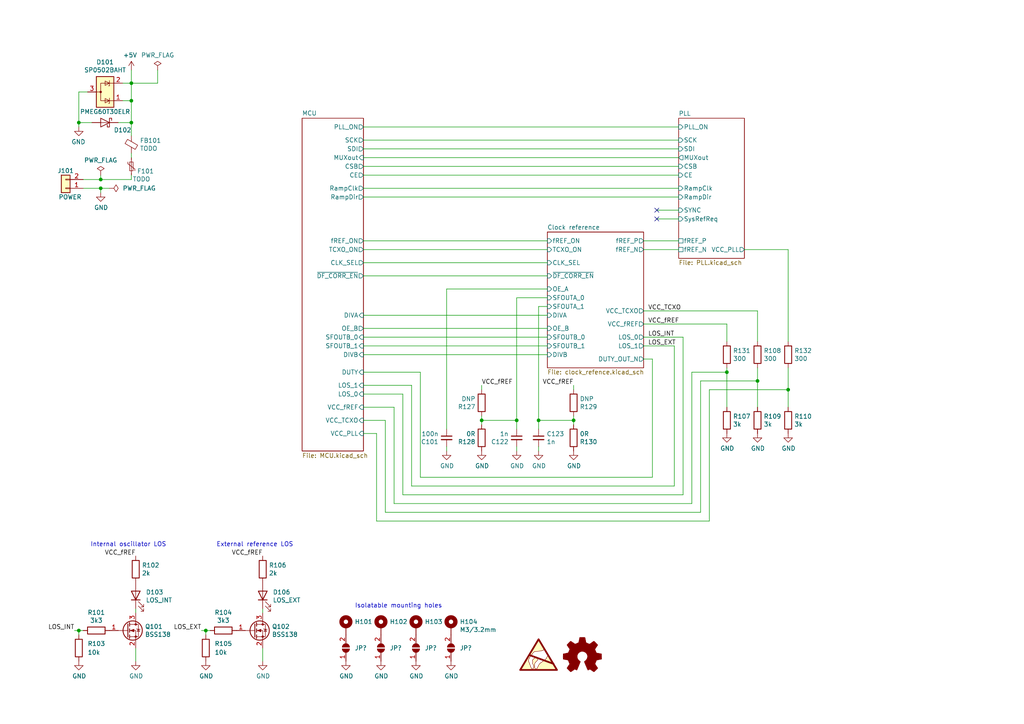
<source format=kicad_sch>
(kicad_sch (version 20211123) (generator eeschema)
  (paper "A4")
  (title_block (title "Generator 0.0125 - 6.4 GHz (0.02 - 9.8 GHz)") (date "2021-11-13") (rev "211113-001") (company "Petr Polasek") (comment 1 "001, 2021-11-13 09:38") (comment 2 "TCXO / external input, LMX2572/LMX2592") (comment 3 "Dual channel symmetric outputs"))
  (lib_symbols
    (symbol "Connector_Generic:Conn_01x02" (pin_names (offset 1.016) hide)
      (property "Reference" "J" (at 0 2.54 0))
      (property "Value" "Conn_01x02" (at 0 -5.08 0))
      (symbol "Conn_01x02_1_1"
        (rectangle (start -1.27 -2.413) (end 0 -2.667) (stroke (width 0.1524)))
        (rectangle (start -1.27 0.127) (end 0 -0.127) (stroke (width 0.1524)))
        (rectangle (start -1.27 1.27) (end 1.27 -3.81) (stroke (width 0.254)) (fill (type background)))
        (pin passive line (at -5.08 0 0) (length 3.81) (name "Pin_1") (number "1"))
        (pin passive line (at -5.08 -2.54 0) (length 3.81) (name "Pin_2") (number "2"))
      )
    )
    (symbol "Device:C_Small" (pin_numbers hide) (pin_names (offset 0.254) hide)
      (property "Reference" "C" (at 0.254 1.778 0))
      (property "Value" "C_Small" (at 0.254 -2.032 0))
      (symbol "C_Small_0_1"
        (polyline (pts (xy -1.524 -0.508) (xy 1.524 -0.508)) (stroke (width 0.3302)))
        (polyline (pts (xy -1.524 0.508) (xy 1.524 0.508)) (stroke (width 0.3048)))
      )
      (symbol "C_Small_1_1"
        (pin passive line (at 0 2.54 270) (length 2.032) (name "~") (number "1"))
        (pin passive line (at 0 -2.54 90) (length 2.032) (name "~") (number "2"))
      )
    )
    (symbol "Device:FerriteBead_Small" (pin_numbers hide) (pin_names (offset 0))
      (property "Reference" "FB" (at 1.905 1.27 0))
      (property "Value" "FerriteBead_Small" (at 1.905 -1.27 0))
      (symbol "FerriteBead_Small_0_1"
        (polyline (pts (xy 0 -1.27) (xy 0 -0.7874)))
        (polyline (pts (xy 0 0.889) (xy 0 1.2954)))
        (polyline (pts (xy -1.8288 0.2794) (xy -1.1176 1.4986) (xy 1.8288 -0.2032) (xy 1.1176 -1.4224) (xy -1.8288 0.2794)))
      )
      (symbol "FerriteBead_Small_1_1"
        (pin passive line (at 0 2.54 270) (length 1.27) (name "~") (number "1"))
        (pin passive line (at 0 -2.54 90) (length 1.27) (name "~") (number "2"))
      )
    )
    (symbol "Device:LED" (pin_numbers hide) (pin_names (offset 1.016) hide)
      (property "Reference" "D" (at 0 2.54 0))
      (property "Value" "LED" (at 0 -2.54 0))
      (symbol "LED_0_1"
        (polyline (pts (xy -1.27 -1.27) (xy -1.27 1.27)) (stroke (width 0.254)))
        (polyline (pts (xy -1.27 0) (xy 1.27 0)))
        (polyline (pts (xy 1.27 -1.27) (xy 1.27 1.27) (xy -1.27 0) (xy 1.27 -1.27)) (stroke (width 0.254)))
        (polyline (pts (xy -3.048 -0.762) (xy -4.572 -2.286) (xy -3.81 -2.286) (xy -4.572 -2.286) (xy -4.572 -1.524)))
        (polyline (pts (xy -1.778 -0.762) (xy -3.302 -2.286) (xy -2.54 -2.286) (xy -3.302 -2.286) (xy -3.302 -1.524)))
      )
      (symbol "LED_1_1"
        (pin passive line (at -3.81 0 0) (length 2.54) (name "K") (number "1"))
        (pin passive line (at 3.81 0 180) (length 2.54) (name "A") (number "2"))
      )
    )
    (symbol "Device:Polyfuse_Small" (pin_numbers hide) (pin_names (offset 0))
      (property "Reference" "F" (at -1.905 0 90))
      (property "Value" "Polyfuse_Small" (at 1.905 0 90))
      (symbol "Polyfuse_Small_0_1"
        (rectangle (start -0.508 1.27) (end 0.508 -1.27))
        (polyline (pts (xy 0 2.54) (xy 0 -2.54)))
        (polyline (pts (xy -1.016 1.27) (xy -1.016 0.762) (xy 1.016 -0.762) (xy 1.016 -1.27)))
      )
      (symbol "Polyfuse_Small_1_1"
        (pin passive line (at 0 2.54 270) (length 0.635) (name "~") (number "1"))
        (pin passive line (at 0 -2.54 90) (length 0.635) (name "~") (number "2"))
      )
    )
    (symbol "Device:R" (pin_numbers hide) (pin_names (offset 0))
      (property "Reference" "R" (at 2.032 0 90))
      (property "Value" "R" (at 0 0 90))
      (symbol "R_0_1"
        (rectangle (start -1.016 -2.54) (end 1.016 2.54) (stroke (width 0.254)))
      )
      (symbol "R_1_1"
        (pin passive line (at 0 3.81 270) (length 1.27) (name "~") (number "1"))
        (pin passive line (at 0 -3.81 90) (length 1.27) (name "~") (number "2"))
      )
    )
    (symbol "Diode:PMEG60T30ELR" (pin_numbers hide) (pin_names hide)
      (property "Reference" "D" (at 0 2.54 0))
      (property "Value" "PMEG60T30ELR" (at 0 -2.54 0))
      (symbol "PMEG60T30ELR_0_1"
        (polyline (pts (xy 1.27 0) (xy -1.27 0)))
        (polyline (pts (xy 1.27 1.27) (xy 1.27 -1.27) (xy -1.27 0) (xy 1.27 1.27)) (stroke (width 0.2032)))
        (polyline (pts (xy -1.905 0.635) (xy -1.905 1.27) (xy -1.27 1.27) (xy -1.27 -1.27) (xy -0.635 -1.27) (xy -0.635 -0.635)) (stroke (width 0.2032)))
      )
      (symbol "PMEG60T30ELR_1_1"
        (pin passive line (at -3.81 0 0) (length 2.54) (name "K") (number "1"))
        (pin passive line (at 3.81 0 180) (length 2.54) (name "A") (number "2"))
      )
    )
    (symbol "Graphic:Logo_Open_Hardware_Small" (pin_names (offset 1.016))
      (symbol "Logo_Open_Hardware_Small_0_1"
        (polyline (pts (xy 3.3528 -4.3434) (xy 3.302 -4.318) (xy 3.175 -4.2418) (xy 2.9972 -4.1148) (xy 2.7686 -3.9624) (xy 2.54 -3.81) (xy 2.3622 -3.7084) (xy 2.2352 -3.6068) (xy 2.1844 -3.5814) (xy 2.159 -3.6068) (xy 2.0574 -3.6576) (xy 1.905 -3.7338) (xy 1.8034 -3.7846) (xy 1.6764 -3.8354) (xy 1.6002 -3.8354) (xy 1.6002 -3.8354) (xy 1.5494 -3.7338) (xy 1.4732 -3.5306) (xy 1.3462 -3.302) (xy 1.2446 -3.0226) (xy 1.1176 -2.7178) (xy 0.9652 -2.413) (xy 0.8636 -2.1082) (xy 0.7366 -1.8288) (xy 0.6604 -1.6256) (xy 0.6096 -1.4732) (xy 0.5842 -1.397) (xy 0.5842 -1.397) (xy 0.6604 -1.3208) (xy 0.7874 -1.2446) (xy 1.0414 -1.016) (xy 1.2954 -0.6858) (xy 1.4478 -0.3302) (xy 1.524 0.0762) (xy 1.4732 0.4572) (xy 1.3208 0.8128) (xy 1.0668 1.143) (xy 0.762 1.3716) (xy 0.4064 1.524) (xy 0 1.5748) (xy -0.381 1.5494) (xy -0.7366 1.397) (xy -1.0668 1.143) (xy -1.2192 0.9906) (xy -1.397 0.6604) (xy -1.524 0.3048) (xy -1.524 0.2286) (xy -1.4986 -0.1778) (xy -1.397 -0.5334) (xy -1.1938 -0.8636) (xy -0.9144 -1.143) (xy -0.8636 -1.1684) (xy -0.7366 -1.27) (xy -0.635 -1.3462) (xy -0.5842 -1.397) (xy -1.0668 -2.5908) (xy -1.143 -2.794) (xy -1.2954 -3.1242) (xy -1.397 -3.4036) (xy -1.4986 -3.6322) (xy -1.5748 -3.7846) (xy -1.6002 -3.8354) (xy -1.6002 -3.8354) (xy -1.651 -3.8354) (xy -1.7272 -3.81) (xy -1.905 -3.7338) (xy -2.0066 -3.683) (xy -2.1336 -3.6068) (xy -2.2098 -3.5814) (xy -2.2606 -3.6068) (xy -2.3622 -3.683) (xy -2.54 -3.81) (xy -2.7686 -3.9624) (xy -2.9718 -4.0894) (xy -3.1496 -4.2164) (xy -3.302 -4.318) (xy -3.3528 -4.3434) (xy -3.3782 -4.3434) (xy -3.429 -4.318) (xy -3.5306 -4.2164) (xy -3.7084 -4.064) (xy -3.937 -3.8354) (xy -3.9624 -3.81) (xy -4.1656 -3.6068) (xy -4.318 -3.4544) (xy -4.4196 -3.3274) (xy -4.445 -3.2766) (xy -4.445 -3.2766) (xy -4.4196 -3.2258) (xy -4.318 -3.0734) (xy -4.2164 -2.8956) (xy -4.064 -2.667) (xy -3.6576 -2.0828) (xy -3.8862 -1.5494) (xy -3.937 -1.3716) (xy -4.0386 -1.1684) (xy -4.0894 -1.0414) (xy -4.1148 -0.9652) (xy -4.191 -0.9398) (xy -4.318 -0.9144) (xy -4.5466 -0.8636) (xy -4.8006 -0.8128) (xy -5.0546 -0.7874) (xy -5.2578 -0.7366) (xy -5.4356 -0.7112) (xy -5.5118 -0.6858) (xy -5.5118 -0.6858) (xy -5.5372 -0.635) (xy -5.5372 -0.5588) (xy -5.5372 -0.4318) (xy -5.5626 -0.2286) (xy -5.5626 0.0762) (xy -5.5626 0.127) (xy -5.5372 0.4064) (xy -5.5372 0.635) (xy -5.5372 0.762) (xy -5.5372 0.8382) (xy -5.5372 0.8382) (xy -5.461 0.8382) (xy -5.3086 0.889) (xy -5.08 0.9144) (xy -4.826 0.9652) (xy -4.8006 0.9906) (xy -4.5466 1.0414) (xy -4.318 1.0668) (xy -4.1656 1.1176) (xy -4.0894 1.143) (xy -4.0894 1.143) (xy -4.0386 1.2446) (xy -3.9624 1.4224) (xy -3.8608 1.6256) (xy -3.7846 1.8288) (xy -3.7084 2.0066) (xy -3.6576 2.159) (xy -3.6322 2.2098) (xy -3.6322 2.2098) (xy -3.683 2.286) (xy -3.7592 2.413) (xy -3.8862 2.5908) (xy -4.064 2.8194) (xy -4.064 2.8448) (xy -4.2164 3.0734) (xy -4.3434 3.2512) (xy -4.4196 3.3782) (xy -4.445 3.4544) (xy -4.445 3.4544) (xy -4.3942 3.5052) (xy -4.2926 3.6322) (xy -4.1148 3.81) (xy -3.937 4.0132) (xy -3.8608 4.064) (xy -3.6576 4.2926) (xy -3.5052 4.4196) (xy -3.4036 4.4958) (xy -3.3528 4.5212) (xy -3.3528 4.5212) (xy -3.302 4.4704) (xy -3.1496 4.3688) (xy -2.9718 4.2418) (xy -2.7432 4.0894) (xy -2.7178 4.0894) (xy -2.4892 3.937) (xy -2.3114 3.81) (xy -2.1844 3.7084) (xy -2.1336 3.683) (xy -2.1082 3.683) (xy -2.032 3.7084) (xy -1.8542 3.7592) (xy -1.6764 3.8354) (xy -1.4732 3.937) (xy -1.27 4.0132) (xy -1.143 4.064) (xy -1.0668 4.1148) (xy -1.0668 4.1148) (xy -1.0414 4.191) (xy -1.016 4.3434) (xy -0.9652 4.572) (xy -0.9144 4.8514) (xy -0.889 4.9022) (xy -0.8382 5.1562) (xy -0.8128 5.3848) (xy -0.7874 5.5372) (xy -0.762 5.588) (xy -0.7112 5.6134) (xy -0.5842 5.6134) (xy -0.4064 5.6134) (xy -0.1524 5.6134) (xy 0.0762 5.6134) (xy 0.3302 5.6134) (xy 0.5334 5.6134) (xy 0.6858 5.588) (xy 0.7366 5.588) (xy 0.7366 5.588) (xy 0.762 5.5118) (xy 0.8128 5.334) (xy 0.8382 5.1054) (xy 0.9144 4.826) (xy 0.9144 4.7752) (xy 0.9652 4.5212) (xy 1.016 4.2926) (xy 1.0414 4.1402) (xy 1.0668 4.0894) (xy 1.0668 4.0894) (xy 1.1938 4.0386) (xy 1.3716 3.9624) (xy 1.5748 3.8608) (xy 2.0828 3.6576) (xy 2.7178 4.0894) (xy 2.7686 4.1402) (xy 2.9972 4.2926) (xy 3.175 4.4196) (xy 3.302 4.4958) (xy 3.3782 4.5212) (xy 3.3782 4.5212) (xy 3.429 4.4704) (xy 3.556 4.3434) (xy 3.7338 4.191) (xy 3.9116 3.9878) (xy 4.064 3.8354) (xy 4.2418 3.6576) (xy 4.3434 3.556) (xy 4.4196 3.4798) (xy 4.4196 3.429) (xy 4.4196 3.4036) (xy 4.3942 3.3274) (xy 4.2926 3.2004) (xy 4.1656 2.9972) (xy 4.0132 2.794) (xy 3.8862 2.5908) (xy 3.7592 2.3876) (xy 3.6576 2.2352) (xy 3.6322 2.159) (xy 3.6322 2.1336) (xy 3.683 2.0066) (xy 3.7592 1.8288) (xy 3.8608 1.6002) (xy 4.064 1.1176) (xy 4.3942 1.0414) (xy 4.5974 1.016) (xy 4.8768 0.9652) (xy 5.1308 0.9144) (xy 5.5372 0.8382) (xy 5.5626 -0.6604) (xy 5.4864 -0.6858) (xy 5.4356 -0.6858) (xy 5.2832 -0.7366) (xy 5.0546 -0.762) (xy 4.8006 -0.8128) (xy 4.5974 -0.8636) (xy 4.3688 -0.9144) (xy 4.2164 -0.9398) (xy 4.1402 -0.9398) (xy 4.1148 -0.9652) (xy 4.064 -1.0668) (xy 3.9878 -1.2446) (xy 3.9116 -1.4478) (xy 3.81 -1.651) (xy 3.7338 -1.8542) (xy 3.683 -2.0066) (xy 3.6576 -2.0828) (xy 3.683 -2.1336) (xy 3.7846 -2.2606) (xy 3.8862 -2.4638) (xy 4.0386 -2.667) (xy 4.191 -2.8956) (xy 4.318 -3.0734) (xy 4.3942 -3.2004) (xy 4.445 -3.2766) (xy 4.4196 -3.3274) (xy 4.3434 -3.429) (xy 4.1656 -3.5814) (xy 3.937 -3.8354) (xy 3.8862 -3.8608) (xy 3.683 -4.064) (xy 3.5306 -4.2164) (xy 3.4036 -4.318) (xy 3.3528 -4.3434)) (fill (type outline)))
      )
    )
    (symbol "Graphic:SYM_ESD_Large" (pin_names (offset 1.016))
      (symbol "SYM_ESD_Large_0_0"
        (polyline (pts (xy -2.667 -0.762) (xy 4.318 -3.302)) (stroke (width 0.508)))
        (polyline (pts (xy 0.4826 -5.1308) (xy 5.3848 -5.1308) (xy 5.3848 -5.1054) (xy 5.334 -5.0546) (xy 5.2832 -4.953) (xy 5.207 -4.826) (xy 5.0038 -4.4704) (xy 4.8768 -4.2672) (xy 4.7498 -4.0386) (xy 4.1402 -3.0226) (xy 3.9878 -2.7432) (xy 3.5306 -1.9812) (xy 3.4036 -1.7526) (xy 3.2766 -1.5494) (xy 3.1496 -1.3716) (xy 3.0734 -1.1938) (xy 2.9972 -1.0668) (xy 2.921 -0.9652) (xy 2.8956 -0.889) (xy 2.8448 -0.8382) (xy 2.8194 -0.8636) (xy 2.7686 -0.889) (xy 2.5908 -1.0668) (xy 2.4892 -1.2192) (xy 2.4638 -1.3462) (xy 2.413 -1.4224) (xy 2.3622 -1.5748) (xy 2.286 -1.7018) (xy 1.9812 -2.0066) (xy 1.8542 -2.1082) (xy 1.7018 -2.2352) (xy 1.5494 -2.3368) (xy 1.397 -2.4638) (xy 1.2192 -2.5908) (xy 1.0668 -2.7178) (xy 0.9144 -2.8194) (xy 0.8128 -2.8956) (xy 0.7112 -2.9464) (xy 0.6096 -3.0226) (xy 0.3556 -3.2258) (xy 0.254 -3.3528) (xy 0.1524 -3.5052) (xy 0.0508 -3.683) (xy -0.0762 -3.8862) (xy -0.2286 -4.2672) (xy -0.381 -4.572) (xy -0.5334 -4.7244) (xy -0.6096 -4.7752) (xy -0.635 -4.8006) (xy -0.8382 -4.8006) (xy -0.9144 -4.7752) (xy -1.016 -4.6736) (xy -1.0668 -4.5212) (xy -1.1176 -4.3434) (xy -1.143 -4.1148) (xy -1.143 -3.4544) (xy -1.0922 -3.2512) (xy -1.0414 -3.0734) (xy -0.9398 -2.921) (xy -0.8382 -2.794) (xy -0.381 -2.3368) (xy -0.3048 -2.2352) (xy -0.2032 -1.9812) (xy -0.1778 -1.9304) (xy -0.1524 -1.8288) (xy -0.127 -1.7526) (xy -0.127 -1.7272) (xy -0.2032 -1.651) (xy -0.254 -1.5748) (xy -0.3556 -1.524) (xy -0.4318 -1.4478) (xy -0.508 -1.397) (xy -0.5588 -1.3462) (xy -0.6096 -1.3462) (xy -0.6604 -1.3716) (xy -0.7366 -1.4224) (xy -0.8382 -1.4732) (xy -0.9652 -1.5494) (xy -1.0668 -1.6002) (xy -1.1684 -1.6764) (xy -1.3208 -1.778) (xy -1.6002 -2.0574) (xy -1.778 -2.2606) (xy -1.7272 -2.3876) (xy -1.7018 -2.4384) (xy -1.7018 -2.5146) (xy -1.6764 -2.5908) (xy -1.6764 -2.8702) (xy -1.7018 -2.9972) (xy -1.7272 -3.0734) (xy -1.7272 -3.0988) (xy -1.7526 -3.1496) (xy -1.7018 -3.2512) (xy -1.651 -3.3274) (xy -1.651 -3.3528) (xy -1.524 -3.6068) (xy -1.4478 -3.8608) (xy -1.4224 -4.1402) (xy -1.4224 -4.3434) (xy -1.4478 -4.4196) (xy -1.4732 -4.4704) (xy -1.4986 -4.5466) (xy -1.5748 -4.6736) (xy -1.6764 -4.7498) (xy -1.778 -4.8006) (xy -1.8796 -4.8006) (xy -1.9558 -4.7752) (xy -2.0066 -4.7244) (xy -2.0574 -4.6228) (xy -2.1336 -4.4958) (xy -2.2098 -4.318) (xy -2.3114 -4.0894) (xy -2.413 -3.8354) (xy -2.5146 -3.5306) (xy -2.5146 -3.5052) (xy -2.5654 -3.3528) (xy -2.6416 -3.2004) (xy -2.7432 -2.9464) (xy -2.7686 -2.921) (xy -2.8448 -2.6924) (xy -2.8956 -2.4638) (xy -2.8956 -2.2606) (xy -2.8448 -2.032) (xy -2.7686 -1.8034) (xy -2.7178 -1.7018) (xy -2.6162 -1.5494) (xy -2.5146 -1.3716) (xy -2.3622 -1.1938) (xy -2.2098 -0.9906) (xy -2.1082 -0.889) (xy -1.9558 -0.635) (xy -1.8796 -0.5334) (xy -1.8542 -0.508) (xy -1.7272 -0.2794) (xy -1.6002 -0.1016) (xy -1.4478 0.0508) (xy -1.3208 0.1524) (xy -1.1684 0.2032) (xy -1.1176 0.2286) (xy -0.9906 0.254) (xy -0.8128 0.3048) (xy -0.5842 0.3302) (xy -0.3302 0.3556) (xy -0.0254 0.381) (xy 0.0254 0.381) (xy 0.2794 0.4064) (xy 0.508 0.4318) (xy 0.6858 0.4318) (xy 0.8382 0.4572) (xy 0.9652 0.4826) (xy 1.0668 0.508) (xy 1.1684 0.5588) (xy 1.2446 0.5842) (xy 1.3208 0.635) (xy 1.524 0.7874) (xy 1.7272 0.9906) (xy 1.7272 1.0414) (xy 1.7018 1.0922) (xy 1.651 1.1684) (xy 1.6002 1.27) (xy 1.4986 1.4224) (xy 1.4224 1.6002) (xy 1.1684 2.0066) (xy 1.0414 2.2352) (xy 0.6604 2.8702) (xy 0.508 3.0988) (xy 0.4064 3.302) (xy 0.3048 3.4544) (xy 0.2286 3.5814) (xy 0.1524 3.683) (xy 0.1016 3.7592) (xy 0.0508 3.8608) (xy 0.0254 3.8862) (xy -0.0508 3.8862) (xy -0.0508 3.8608) (xy -0.127 3.7846) (xy -0.1524 3.7338) (xy -0.2032 3.6576) (xy -0.254 3.556) (xy -0.4064 3.302) (xy -0.508 3.1496) (xy -0.6096 2.9718) (xy -0.7366 2.7686) (xy -1.0414 2.2606) (xy -1.2192 1.9558) (xy -1.4224 1.6256) (xy -1.8796 0.8636) (xy -2.1336 0.4064) (xy -2.4384 -0.0762) (xy -2.7432 -0.6096) (xy -2.921 -0.889) (xy -3.429 -1.7526) (xy -3.6576 -2.159) (xy -3.8862 -2.54) (xy -4.1148 -2.8956) (xy -4.318 -3.2512) (xy -4.5212 -3.5814) (xy -4.6736 -3.8862) (xy -4.8514 -4.1402) (xy -4.9784 -4.3942) (xy -5.1054 -4.5974) (xy -5.2324 -4.7752) (xy -5.3594 -5.0292) (xy -5.4102 -5.1054) (xy -5.4102 -5.1308) (xy -0.7112 -5.1308) (xy -0.0254 -5.1562) (xy 0.4826 -5.1308)) (stroke (width 0.127)) (fill (type background)))
      )
      (symbol "SYM_ESD_Large_0_1"
        (polyline (pts (xy -5.334 -5.08) (xy 5.334 -5.08) (xy 0 3.81) (xy -5.334 -5.08)) (stroke (width 0.508)))
      )
    )
    (symbol "Jumper:SolderJumper_2_Open" (pin_names (offset 0) hide)
      (property "Reference" "JP" (at 0 2.032 0))
      (property "Value" "SolderJumper_2_Open" (at 0 -2.54 0))
      (symbol "SolderJumper_2_Open_0_1"
        (arc (start -0.254 1.016) (mid -1.27 0) (end -0.254 -1.016))
        (arc (start -0.254 1.016) (mid -1.27 0) (end -0.254 -1.016) (fill (type outline)))
        (polyline (pts (xy -0.254 1.016) (xy -0.254 -1.016)))
        (polyline (pts (xy 0.254 1.016) (xy 0.254 -1.016)))
        (arc (start 0.254 -1.016) (mid 1.27 0) (end 0.254 1.016))
        (arc (start 0.254 -1.016) (mid 1.27 0) (end 0.254 1.016) (fill (type outline)))
      )
      (symbol "SolderJumper_2_Open_1_1"
        (pin passive line (at -3.81 0 0) (length 2.54) (name "A") (number "1"))
        (pin passive line (at 3.81 0 180) (length 2.54) (name "B") (number "2"))
      )
    )
    (symbol "Mechanical:MountingHole_Pad" (pin_numbers hide) (pin_names (offset 1.016) hide)
      (property "Reference" "H" (at 0 6.35 0))
      (property "Value" "MountingHole_Pad" (at 0 4.445 0))
      (symbol "MountingHole_Pad_0_1"
        (circle (center 0 1.27) (radius 1.27) (stroke (width 1.27)))
      )
      (symbol "MountingHole_Pad_1_1"
        (pin input line (at 0 -2.54 90) (length 2.54) (name "1") (number "1"))
      )
    )
    (symbol "Power_Protection:SP0502BAHT" (pin_names hide)
      (property "Reference" "D" (at 5.715 2.54 0))
      (property "Value" "SP0502BAHT" (at 5.715 0.635 0))
      (symbol "SP0502BAHT_0_0"
        (pin passive line (at 0 -5.08 90) (length 2.54) (name "A") (number "3"))
      )
      (symbol "SP0502BAHT_0_1"
        (rectangle (start -4.445 2.54) (end 4.445 -2.54) (stroke (width 0.254)) (fill (type background)))
        (circle (center 0 -1.27) (radius 0.254) (fill (type outline)))
        (polyline (pts (xy -2.54 2.54) (xy -2.54 1.27)))
        (polyline (pts (xy 0 -1.27) (xy 0 -2.54)))
        (polyline (pts (xy 2.54 2.54) (xy 2.54 1.27)))
        (polyline (pts (xy -3.302 1.016) (xy -3.302 1.27) (xy -1.905 1.27) (xy -1.778 1.27)))
        (polyline (pts (xy -2.54 1.27) (xy -2.54 -1.27) (xy 2.54 -1.27) (xy 2.54 1.27)))
        (polyline (pts (xy -2.54 1.27) (xy -1.905 0) (xy -3.175 0) (xy -2.54 1.27)))
        (polyline (pts (xy 1.778 1.016) (xy 1.778 1.27) (xy 3.175 1.27) (xy 3.302 1.27)))
        (polyline (pts (xy 2.54 1.27) (xy 1.905 0) (xy 3.175 0) (xy 2.54 1.27)))
      )
      (symbol "SP0502BAHT_1_1"
        (pin passive line (at -2.54 5.08 270) (length 2.54) (name "K") (number "1"))
        (pin passive line (at 2.54 5.08 270) (length 2.54) (name "K") (number "2"))
      )
    )
    (symbol "Transistor_FET:BSS138" (pin_names hide)
      (property "Reference" "Q" (at 5.08 1.905 0))
      (property "Value" "BSS138" (at 5.08 0 0))
      (symbol "BSS138_0_1"
        (polyline (pts (xy 0.254 0) (xy -2.54 0)))
        (polyline (pts (xy 0.254 1.905) (xy 0.254 -1.905)) (stroke (width 0.254)))
        (polyline (pts (xy 0.762 -1.27) (xy 0.762 -2.286)) (stroke (width 0.254)))
        (polyline (pts (xy 0.762 0.508) (xy 0.762 -0.508)) (stroke (width 0.254)))
        (polyline (pts (xy 0.762 2.286) (xy 0.762 1.27)) (stroke (width 0.254)))
        (polyline (pts (xy 2.54 2.54) (xy 2.54 1.778)))
        (polyline (pts (xy 2.54 -2.54) (xy 2.54 0) (xy 0.762 0)))
        (polyline (pts (xy 0.762 -1.778) (xy 3.302 -1.778) (xy 3.302 1.778) (xy 0.762 1.778)))
        (polyline (pts (xy 1.016 0) (xy 2.032 0.381) (xy 2.032 -0.381) (xy 1.016 0)) (fill (type outline)))
        (polyline (pts (xy 2.794 0.508) (xy 2.921 0.381) (xy 3.683 0.381) (xy 3.81 0.254)))
        (polyline (pts (xy 3.302 0.381) (xy 2.921 -0.254) (xy 3.683 -0.254) (xy 3.302 0.381)))
        (circle (center 1.651 0) (radius 2.794) (stroke (width 0.254)))
        (circle (center 2.54 -1.778) (radius 0.254) (fill (type outline)))
        (circle (center 2.54 1.778) (radius 0.254) (fill (type outline)))
      )
      (symbol "BSS138_1_1"
        (pin input line (at -5.08 0 0) (length 2.54) (name "G") (number "1"))
        (pin passive line (at 2.54 -5.08 90) (length 2.54) (name "S") (number "2"))
        (pin passive line (at 2.54 5.08 270) (length 2.54) (name "D") (number "3"))
      )
    )
    (symbol "power:+5V" (power) (pin_names (offset 0))
      (property "Value" "+5V" (at 0 3.556 0))
      (symbol "+5V_0_1"
        (polyline (pts (xy -0.762 1.27) (xy 0 2.54)))
        (polyline (pts (xy 0 0) (xy 0 2.54)))
        (polyline (pts (xy 0 2.54) (xy 0.762 1.27)))
      )
      (symbol "+5V_1_1"
        (pin power_in line (at 0 0 90) (length 0) hide (name "+5V") (number "1"))
      )
    )
    (symbol "power:GND" (power) (pin_names (offset 0))
      (property "Value" "GND" (at 0 -3.81 0))
      (symbol "GND_0_1"
        (polyline (pts (xy 0 0) (xy 0 -1.27) (xy 1.27 -1.27) (xy 0 -2.54) (xy -1.27 -1.27) (xy 0 -1.27)))
      )
      (symbol "GND_1_1"
        (pin power_in line (at 0 0 270) (length 0) hide (name "GND") (number "1"))
      )
    )
    (symbol "power:PWR_FLAG" (power) (pin_numbers hide) (pin_names (offset 0) hide)
      (property "Value" "PWR_FLAG" (at 0 3.81 0))
      (symbol "PWR_FLAG_0_0"
        (pin power_out line (at 0 0 90) (length 0) (name "pwr") (number "1"))
      )
      (symbol "PWR_FLAG_0_1"
        (polyline (pts (xy 0 0) (xy 0 1.27) (xy -1.016 1.905) (xy 0 2.54) (xy 1.016 1.905) (xy 0 1.27)))
      )
    )
  )
  (junction (at 166.37 121.92) (diameter 0.9144))
  (junction (at 22.86 35.56) (diameter 0.9144))
  (junction (at 59.69 182.8801))
  (junction (at 29.21 52.07))
  (junction (at 29.21 54.61))
  (junction (at 210.82 107.95))
  (junction (at 38.1 35.56) (diameter 0.9144))
  (junction (at 38.1 29.21) (diameter 0.9144))
  (junction (at 22.86 182.8801))
  (junction (at 38.1 24.13) (diameter 0.9144))
  (junction (at 228.6 113.03))
  (junction (at 149.86 121.92) (diameter 0.9144))
  (junction (at 139.7 121.92))
  (junction (at 156.21 121.92) (diameter 0.9144))
  (junction (at 219.71 110.49))
  (no_connect (at 190.5 60.96))
  (no_connect (at 190.5 63.5))
  (wire (pts (xy 105.41 48.26) (xy 196.85 48.26)))
  (wire (pts (xy 105.41 45.72) (xy 196.85 45.72)))
  (wire (pts (xy 149.86 121.92) (xy 149.86 86.36)))
  (wire (pts (xy 149.86 121.92) (xy 139.7 121.92)))
  (wire (pts (xy 45.72 24.13) (xy 45.72 20.32)))
  (wire (pts (xy 38.1 24.13) (xy 45.72 24.13)))
  (wire (pts (xy 105.41 72.39) (xy 158.75 72.39)))
  (wire (pts (xy 186.69 69.85) (xy 196.85 69.85)))
  (wire (pts (xy 29.21 50.8) (xy 29.21 52.07)))
  (wire (pts (xy 219.71 99.06) (xy 219.71 90.17)))
  (wire (pts (xy 105.41 36.83) (xy 196.85 36.83)))
  (wire (pts (xy 186.69 100.33) (xy 195.58 100.33)))
  (wire (pts (xy 105.41 100.33) (xy 158.75 100.33)))
  (wire (pts (xy 21.59 182.8801) (xy 22.86 182.8801)))
  (wire (pts (xy 149.86 129.54) (xy 149.86 130.81)))
  (wire (pts (xy 39.37 176.5301) (xy 39.37 177.8001)))
  (wire (pts (xy 26.67 35.56) (xy 22.86 35.56)))
  (wire (pts (xy 25.4 26.67) (xy 22.86 26.67)))
  (wire (pts (xy 22.86 26.67) (xy 22.86 35.56)))
  (wire (pts (xy 22.86 35.56) (xy 22.86 36.83)))
  (wire (pts (xy 39.37 191.77) (xy 39.37 187.9601)))
  (wire (pts (xy 22.86 182.8801) (xy 24.13 182.8801)))
  (wire (pts (xy 210.82 106.68) (xy 210.82 107.95)))
  (wire (pts (xy 210.82 107.95) (xy 210.82 118.11)))
  (wire (pts (xy 105.41 57.15) (xy 196.85 57.15)))
  (wire (pts (xy 190.5 63.5) (xy 196.85 63.5)))
  (wire (pts (xy 105.41 54.61) (xy 196.85 54.61)))
  (wire (pts (xy 149.86 121.92) (xy 149.86 124.46)))
  (wire (pts (xy 105.41 102.87) (xy 158.75 102.87)))
  (wire (pts (xy 219.71 106.68) (xy 219.71 110.49)))
  (wire (pts (xy 219.71 110.49) (xy 219.71 118.11)))
  (wire (pts (xy 190.5 60.96) (xy 196.85 60.96)))
  (wire (pts (xy 105.41 43.18) (xy 196.85 43.18)))
  (wire (pts (xy 228.6 113.03) (xy 228.6 118.11)))
  (wire (pts (xy 228.6 106.68) (xy 228.6 113.03)))
  (wire (pts (xy 156.21 88.9) (xy 156.21 121.92)))
  (wire (pts (xy 166.37 121.92) (xy 156.21 121.92)))
  (wire (pts (xy 29.21 52.07) (xy 38.1 52.07)))
  (wire (pts (xy 24.13 52.07) (xy 29.21 52.07)))
  (wire (pts (xy 105.41 80.01) (xy 158.75 80.01)))
  (wire (pts (xy 129.54 83.82) (xy 129.54 124.46)))
  (wire (pts (xy 158.75 83.82) (xy 129.54 83.82)))
  (wire (pts (xy 198.12 143.51) (xy 116.84 143.51)))
  (wire (pts (xy 198.12 97.79) (xy 198.12 143.51)))
  (wire (pts (xy 116.84 114.3) (xy 105.41 114.3)))
  (wire (pts (xy 116.84 143.51) (xy 116.84 114.3)))
  (wire (pts (xy 38.1 24.13) (xy 38.1 20.32)))
  (wire (pts (xy 38.1 35.56) (xy 38.1 29.21)))
  (wire (pts (xy 38.1 29.21) (xy 38.1 24.13)))
  (wire (pts (xy 105.41 97.79) (xy 158.75 97.79)))
  (wire (pts (xy 186.69 72.39) (xy 196.85 72.39)))
  (wire (pts (xy 156.21 129.54) (xy 156.21 130.81)))
  (wire (pts (xy 119.38 140.97) (xy 195.58 140.97)))
  (wire (pts (xy 195.58 140.97) (xy 195.58 100.33)))
  (wire (pts (xy 105.41 111.76) (xy 119.38 111.76)))
  (wire (pts (xy 119.38 111.76) (xy 119.38 140.97)))
  (wire (pts (xy 105.41 95.25) (xy 158.75 95.25)))
  (wire (pts (xy 215.9 72.39) (xy 228.6 72.39)))
  (wire (pts (xy 139.7 113.03) (xy 139.7 111.76)))
  (wire (pts (xy 166.37 111.76) (xy 166.37 113.03)))
  (wire (pts (xy 186.69 90.17) (xy 219.71 90.17)))
  (wire (pts (xy 186.69 97.79) (xy 198.12 97.79)))
  (wire (pts (xy 59.69 182.8801) (xy 59.69 184.1501)))
  (wire (pts (xy 38.1 24.13) (xy 35.56 24.13)))
  (wire (pts (xy 105.41 91.44) (xy 158.75 91.44)))
  (wire (pts (xy 38.1 35.56) (xy 38.1 39.37)))
  (wire (pts (xy 38.1 50.8) (xy 38.1 52.07)))
  (wire (pts (xy 38.1 44.45) (xy 38.1 45.72)))
  (wire (pts (xy 38.1 29.21) (xy 35.56 29.21)))
  (wire (pts (xy 203.2 110.49) (xy 219.71 110.49)))
  (wire (pts (xy 203.2 148.59) (xy 203.2 110.49)))
  (wire (pts (xy 111.76 148.59) (xy 203.2 148.59)))
  (wire (pts (xy 105.41 121.92) (xy 111.76 121.92)))
  (wire (pts (xy 111.76 121.92) (xy 111.76 148.59)))
  (wire (pts (xy 105.41 40.64) (xy 196.85 40.64)))
  (wire (pts (xy 200.66 107.95) (xy 210.82 107.95)))
  (wire (pts (xy 114.3 146.05) (xy 200.66 146.05)))
  (wire (pts (xy 200.66 146.05) (xy 200.66 107.95)))
  (wire (pts (xy 105.41 118.11) (xy 114.3 118.11)))
  (wire (pts (xy 114.3 118.11) (xy 114.3 146.05)))
  (wire (pts (xy 105.41 50.8) (xy 196.85 50.8)))
  (wire (pts (xy 59.69 182.8801) (xy 60.96 182.8801)))
  (wire (pts (xy 58.42 182.8801) (xy 59.69 182.8801)))
  (wire (pts (xy 76.2 191.7701) (xy 76.2 187.9601)))
  (wire (pts (xy 129.54 130.81) (xy 129.54 129.54)))
  (wire (pts (xy 205.74 113.03) (xy 228.6 113.03)))
  (wire (pts (xy 205.74 151.13) (xy 205.74 113.03)))
  (wire (pts (xy 109.22 151.13) (xy 205.74 151.13)))
  (wire (pts (xy 109.22 125.73) (xy 109.22 151.13)))
  (wire (pts (xy 105.41 125.73) (xy 109.22 125.73)))
  (wire (pts (xy 186.69 93.98) (xy 210.82 93.98)))
  (wire (pts (xy 210.82 93.98) (xy 210.82 99.06)))
  (wire (pts (xy 105.41 69.85) (xy 158.75 69.85)))
  (wire (pts (xy 38.1 35.56) (xy 34.29 35.56)))
  (wire (pts (xy 228.6 72.39) (xy 228.6 99.06)))
  (wire (pts (xy 105.41 76.2) (xy 158.75 76.2)))
  (wire (pts (xy 149.86 86.36) (xy 158.75 86.36)))
  (wire (pts (xy 166.37 120.65) (xy 166.37 121.92)))
  (wire (pts (xy 166.37 121.92) (xy 166.37 123.19)))
  (wire (pts (xy 76.2 176.5301) (xy 76.2 177.8001)))
  (wire (pts (xy 139.7 120.65) (xy 139.7 121.92)))
  (wire (pts (xy 139.7 121.92) (xy 139.7 123.19)))
  (wire (pts (xy 156.21 121.92) (xy 156.21 124.46)))
  (wire (pts (xy 29.21 54.61) (xy 29.21 55.88)))
  (wire (pts (xy 24.13 54.61) (xy 29.21 54.61)))
  (wire (pts (xy 156.21 88.9) (xy 158.75 88.9)))
  (wire (pts (xy 22.86 182.8801) (xy 22.86 184.1501)))
  (wire (pts (xy 29.21 54.61) (xy 31.75 54.61)))
  (wire (pts (xy 121.92 138.43) (xy 189.23 138.43)))
  (wire (pts (xy 189.23 104.14) (xy 186.69 104.14)))
  (wire (pts (xy 189.23 138.43) (xy 189.23 104.14)))
  (wire (pts (xy 105.41 107.95) (xy 121.92 107.95)))
  (wire (pts (xy 121.92 107.95) (xy 121.92 138.43)))
  (text "External reference LOS" (at 85.09 158.7501 180) (effects (font (size 1.27 1.27)) (justify right bottom)))
  (text "Isolatable mounting holes" (at 128.27 176.53 180) (effects (font (size 1.27 1.27)) (justify right bottom)))
  (text "Internal oscillator LOS" (at 48.26 158.7501 180) (effects (font (size 1.27 1.27)) (justify right bottom)))
  (label "LOS_EXT" (at 187.96 100.33 0))
  (label "VCC_fREF" (at 166.37 111.76 180))
  (label "VCC_fREF" (at 187.96 93.98 0))
  (label "VCC_fREF" (at 39.37 161.2901 180))
  (label "VCC_fREF" (at 139.7 111.76 0))
  (label "VCC_TCXO" (at 187.96 90.17 0))
  (label "LOS_INT" (at 21.59 182.8801 180))
  (label "LOS_EXT" (at 58.42 182.8801 180))
  (label "VCC_fREF" (at 76.2 161.2901 180))
  (label "LOS_INT" (at 187.96 97.79 0))
  (symbol (lib_id "Mechanical:MountingHole_Pad") (at 100.33 181.61 0) (unit 1)
    (property "Reference" "H101" (at 102.8701 180.3336 0) (effects (justify left)))
    (property "Value" "M3/3.2mm" (effects hide))
    (property "Footprint" "MountingHole:MountingHole_3.2mm_M3_Pad_Via" (effects hide))
  )
  (symbol (lib_id "Device:FerriteBead_Small") (at 38.1 41.91 0) (unit 1)
    (property "Reference" "FB101" (at 40.5639 40.7606 0) (effects (justify left)))
    (property "Value" "TODO" (at 40.564 43.059 0) (effects (justify left)))
    (property "Footprint" "Inductor_SMD:L_0805_2012Metric_Pad1.05x1.20mm_HandSolder" (effects hide))
  )
  (symbol (lib_id "Power_Protection:SP0502BAHT") (at 30.48 26.67 270) (mirror x) (unit 1)
    (property "Reference" "D101" (at 30.48 18.0148 90))
    (property "Value" "SP0502BAHT" (at 30.48 20.3135 90))
    (property "Footprint" "Package_TO_SOT_SMD:SOT-23" (effects hide))
    (property "Datasheet" "http://www.littelfuse.com/~/media/files/littelfuse/technical%20resources/documents/data%20sheets/sp05xxba.pdf" (effects hide))
  )
  (symbol (lib_id "Device:LED") (at 39.37 172.7201 90) (unit 1)
    (property "Reference" "D103" (at 42.2911 171.7612 90) (effects (justify right)))
    (property "Value" "LOS_INT" (at 42.291 174.0601 90) (effects (justify right)))
    (property "Footprint" "LED_SMD:LED_0603_1608Metric_Pad1.05x0.95mm_HandSolder" (effects hide))
  )
  (symbol (lib_id "Graphic:Logo_Open_Hardware_Small") (at 168.91 190.5 0) (unit 1)
    (property "Reference" "#LOGO101" (effects hide))
    (property "Value" "Logo_Open_Hardware_Small" (effects hide))
  )
  (symbol (lib_id "power:GND") (at 166.37 130.81 0) (unit 1)
    (property "Reference" "#PWR0133" (effects hide))
    (property "Value" "GND" (at 166.4843 135.1344 0))
  )
  (symbol (lib_id "Jumper:SolderJumper_2_Open") (at 120.65 187.96 90) (unit 1)
    (property "Reference" "JP?" (at 123.19 187.9599 90) (effects (justify right)))
    (property "Value" "SolderJumper_2_Open" (effects hide))
    (property "Footprint" "Jumper:SolderJumper-2_P1.3mm_Open_TrianglePad1.0x1.5mm" (effects hide))
  )
  (symbol (lib_id "power:GND") (at 219.71 125.73 0) (unit 1)
    (property "Reference" "#PWR0110" (effects hide))
    (property "Value" "GND" (at 219.8243 130.0544 0))
  )
  (symbol (lib_id "Device:R") (at 64.77 182.8801 90) (unit 1)
    (property "Reference" "R104" (at 64.77 177.6539 90))
    (property "Value" "3k3" (at 64.77 179.9521 90))
    (property "Footprint" "Resistor_SMD:R_0603_1608Metric_Pad0.98x0.95mm_HandSolder" (effects hide))
  )
  (symbol (lib_id "power:GND") (at 210.82 125.73 0) (unit 1)
    (property "Reference" "#PWR0108" (effects hide))
    (property "Value" "GND" (at 210.9343 130.0544 0))
  )
  (symbol (lib_id "Device:R") (at 166.37 116.84 0) (mirror y) (unit 1)
    (property "Reference" "R129" (at 168.1481 117.9894 0) (effects (justify right)))
    (property "Value" "DNP" (at 168.148 115.691 0) (effects (justify right)))
    (property "Footprint" "Resistor_SMD:R_0603_1608Metric_Pad0.98x0.95mm_HandSolder" (effects hide))
  )
  (symbol (lib_id "Device:C_Small") (at 149.86 127 0) (unit 1)
    (property "Reference" "C122" (at 147.5358 128.1494 0) (effects (justify right)))
    (property "Value" "1n" (at 147.5358 125.8507 0) (effects (justify right)))
    (property "Footprint" "Capacitor_SMD:C_0603_1608Metric_Pad1.08x0.95mm_HandSolder" (effects hide))
  )
  (symbol (lib_id "power:GND") (at 149.86 130.81 0) (unit 1)
    (property "Reference" "#PWR0130" (effects hide))
    (property "Value" "GND" (at 149.9743 135.1344 0))
  )
  (symbol (lib_id "Jumper:SolderJumper_2_Open") (at 100.33 187.96 90) (unit 1)
    (property "Reference" "JP?" (at 102.87 187.9599 90) (effects (justify right)))
    (property "Value" "SolderJumper_2_Open" (effects hide))
    (property "Footprint" "Jumper:SolderJumper-2_P1.3mm_Open_TrianglePad1.0x1.5mm" (effects hide))
  )
  (symbol (lib_id "power:GND") (at 139.7 130.81 0) (unit 1)
    (property "Reference" "#PWR0131" (effects hide))
    (property "Value" "GND" (at 139.8143 135.1344 0))
  )
  (symbol (lib_id "Device:R") (at 228.6 121.92 180) (unit 1)
    (property "Reference" "R110" (at 230.3781 120.7706 0) (effects (justify right)))
    (property "Value" "3k" (at 230.378 123.069 0) (effects (justify right)))
    (property "Footprint" "Resistor_SMD:R_0603_1608Metric_Pad0.98x0.95mm_HandSolder" (effects hide))
  )
  (symbol (lib_id "Mechanical:MountingHole_Pad") (at 120.65 181.61 0) (unit 1)
    (property "Reference" "H103" (at 123.1901 180.3336 0) (effects (justify left)))
    (property "Value" "M3/3.2mm" (effects hide))
    (property "Footprint" "MountingHole:MountingHole_3.2mm_M3_Pad_Via" (effects hide))
  )
  (symbol (lib_id "Device:R") (at 139.7 127 0) (unit 1)
    (property "Reference" "R128" (at 137.9219 128.1494 0) (effects (justify right)))
    (property "Value" "0R" (at 137.922 125.851 0) (effects (justify right)))
    (property "Footprint" "Resistor_SMD:R_0603_1608Metric_Pad0.98x0.95mm_HandSolder" (effects hide))
  )
  (symbol (lib_id "Device:R") (at 228.6 102.87 180) (unit 1)
    (property "Reference" "R132" (at 230.3781 101.7206 0) (effects (justify right)))
    (property "Value" "300" (at 230.378 104.019 0) (effects (justify right)))
    (property "Footprint" "Resistor_SMD:R_0603_1608Metric_Pad0.98x0.95mm_HandSolder" (effects hide))
  )
  (symbol (lib_id "Device:R") (at 59.69 187.9601 180) (unit 1)
    (property "Reference" "R105" (at 62.23 186.69 0) (effects (justify right)))
    (property "Value" "10k" (at 62.23 189.23 0) (effects (justify right)))
    (property "Footprint" "Resistor_SMD:R_0603_1608Metric_Pad0.98x0.95mm_HandSolder" (effects hide))
  )
  (symbol (lib_id "power:GND") (at 110.49 191.77 0) (unit 1)
    (property "Reference" "#PWR0135" (effects hide))
    (property "Value" "GND" (at 110.6043 196.0944 0))
  )
  (symbol (lib_id "Connector_Generic:Conn_01x02") (at 19.05 54.61 180) (unit 1)
    (property "Reference" "J101" (at 19.05 49.53 0))
    (property "Value" "POWER" (at 20.32 57.15 0))
    (property "Footprint" "Connector_Phoenix_MSTB:PhoenixContact_MSTBA_2,5_2-G-5,08_1x02_P5.08mm_Horizontal" (effects hide))
  )
  (symbol (lib_id "Device:R") (at 210.82 102.87 180) (unit 1)
    (property "Reference" "R131" (at 212.5981 101.7206 0) (effects (justify right)))
    (property "Value" "300" (at 212.598 104.019 0) (effects (justify right)))
    (property "Footprint" "Resistor_SMD:R_0603_1608Metric_Pad0.98x0.95mm_HandSolder" (effects hide))
  )
  (symbol (lib_id "Graphic:SYM_ESD_Large") (at 156.21 189.23 0) (unit 1)
    (property "Reference" "#SYM101" (effects hide))
    (property "Value" "SYM_ESD_Large" (effects hide))
  )
  (symbol (lib_id "power:GND") (at 39.37 191.77 0) (unit 1)
    (property "Reference" "#PWR0104" (effects hide))
    (property "Value" "GND" (at 39.4843 196.0944 0))
  )
  (symbol (lib_id "Device:Polyfuse_Small") (at 38.1 48.26 0) (unit 1)
    (property "Reference" "F101" (at 39.7511 49.6506 0) (effects (justify left)))
    (property "Value" "TODO" (at 38.481 51.949 0) (effects (justify left)))
    (property "Footprint" "Fuse:Fuse_2920_7451Metric_Pad2.10x5.45mm_HandSolder" (effects hide))
  )
  (symbol (lib_id "Transistor_FET:BSS138") (at 73.66 182.8801 0) (unit 1)
    (property "Reference" "Q102" (at 78.8671 181.7307 0) (effects (justify left)))
    (property "Value" "BSS138" (at 78.8671 184.0294 0) (effects (justify left)))
    (property "Footprint" "Package_TO_SOT_SMD:SOT-23" (effects hide))
    (property "Datasheet" "https://www.onsemi.com/pub/Collateral/BSS138-D.PDF" (effects hide))
  )
  (symbol (lib_id "power:GND") (at 59.69 191.7701 0) (unit 1)
    (property "Reference" "#PWR0106" (effects hide))
    (property "Value" "GND" (at 59.8043 196.0945 0))
  )
  (symbol (lib_id "Transistor_FET:BSS138") (at 36.83 182.8801 0) (unit 1)
    (property "Reference" "Q101" (at 42.0371 181.7307 0) (effects (justify left)))
    (property "Value" "BSS138" (at 42.0371 184.0294 0) (effects (justify left)))
    (property "Footprint" "Package_TO_SOT_SMD:SOT-23" (effects hide))
    (property "Datasheet" "https://www.onsemi.com/pub/Collateral/BSS138-D.PDF" (effects hide))
  )
  (symbol (lib_id "Mechanical:MountingHole_Pad") (at 130.81 181.61 0) (unit 1)
    (property "Reference" "H104" (at 133.3501 180.3336 0) (effects (justify left)))
    (property "Value" "M3/3.2mm" (at 133.35 182.632 0) (effects (justify left)))
    (property "Footprint" "MountingHole:MountingHole_3.2mm_M3_Pad_Via" (effects hide))
  )
  (symbol (lib_id "Device:R") (at 219.71 102.87 180) (unit 1)
    (property "Reference" "R108" (at 221.4881 101.7206 0) (effects (justify right)))
    (property "Value" "300" (at 221.488 104.019 0) (effects (justify right)))
    (property "Footprint" "Resistor_SMD:R_0603_1608Metric_Pad0.98x0.95mm_HandSolder" (effects hide))
  )
  (symbol (lib_id "power:GND") (at 228.6 125.73 0) (unit 1)
    (property "Reference" "#PWR0111" (effects hide))
    (property "Value" "GND" (at 228.7143 130.0544 0))
  )
  (symbol (lib_id "Jumper:SolderJumper_2_Open") (at 110.49 187.96 90) (unit 1)
    (property "Reference" "JP?" (at 113.03 187.9599 90) (effects (justify right)))
    (property "Value" "SolderJumper_2_Open" (effects hide))
    (property "Footprint" "Jumper:SolderJumper-2_P1.3mm_Open_TrianglePad1.0x1.5mm" (effects hide))
  )
  (symbol (lib_id "Device:R") (at 76.2 165.1001 180) (unit 1)
    (property "Reference" "R106" (at 77.9781 163.9507 0) (effects (justify right)))
    (property "Value" "2k" (at 77.978 166.2491 0) (effects (justify right)))
    (property "Footprint" "Resistor_SMD:R_0603_1608Metric_Pad0.98x0.95mm_HandSolder" (effects hide))
  )
  (symbol (lib_id "power:PWR_FLAG") (at 31.75 54.61 270) (unit 1)
    (property "Reference" "#FLG0103" (effects hide))
    (property "Value" "PWR_FLAG" (at 35.56 54.6099 90) (effects (justify left)))
  )
  (symbol (lib_id "power:GND") (at 22.86 191.7701 0) (unit 1)
    (property "Reference" "#PWR0105" (effects hide))
    (property "Value" "GND" (at 22.9743 196.0945 0))
  )
  (symbol (lib_id "power:GND") (at 100.33 191.77 0) (unit 1)
    (property "Reference" "#PWR0134" (effects hide))
    (property "Value" "GND" (at 100.4443 196.0944 0))
  )
  (symbol (lib_id "Device:R") (at 22.86 187.9601 180) (unit 1)
    (property "Reference" "R103" (at 25.4 186.69 0) (effects (justify right)))
    (property "Value" "10k" (at 25.4 189.23 0) (effects (justify right)))
    (property "Footprint" "Resistor_SMD:R_0603_1608Metric_Pad0.98x0.95mm_HandSolder" (effects hide))
  )
  (symbol (lib_id "power:GND") (at 120.65 191.77 0) (unit 1)
    (property "Reference" "#PWR0136" (effects hide))
    (property "Value" "GND" (at 120.7643 196.0944 0))
  )
  (symbol (lib_id "Device:C_Small") (at 156.21 127 0) (unit 1)
    (property "Reference" "C123" (at 158.5342 125.8506 0) (effects (justify left)))
    (property "Value" "1n" (at 158.5342 128.1493 0) (effects (justify left)))
    (property "Footprint" "Capacitor_SMD:C_0603_1608Metric_Pad1.08x0.95mm_HandSolder" (effects hide))
  )
  (symbol (lib_id "power:GND") (at 129.54 130.81 0) (unit 1)
    (property "Reference" "#PWR0107" (effects hide))
    (property "Value" "GND" (at 129.6543 135.1344 0))
  )
  (symbol (lib_id "power:+5V") (at 38.1 20.32 0) (mirror y) (unit 1)
    (property "Reference" "#PWR0103" (effects hide))
    (property "Value" "+5V" (at 37.7317 15.9956 0))
  )
  (symbol (lib_id "Jumper:SolderJumper_2_Open") (at 130.81 187.96 90) (unit 1)
    (property "Reference" "JP?" (at 133.35 187.9599 90) (effects (justify right)))
    (property "Value" "SolderJumper_2_Open" (effects hide))
    (property "Footprint" "Jumper:SolderJumper-2_P1.3mm_Open_TrianglePad1.0x1.5mm" (effects hide))
  )
  (symbol (lib_id "Device:R") (at 39.37 165.1001 180) (unit 1)
    (property "Reference" "R102" (at 41.1481 163.9507 0) (effects (justify right)))
    (property "Value" "2k" (at 41.148 166.2491 0) (effects (justify right)))
    (property "Footprint" "Resistor_SMD:R_0603_1608Metric_Pad0.98x0.95mm_HandSolder" (effects hide))
  )
  (symbol (lib_id "power:GND") (at 22.86 36.83 0) (mirror y) (unit 1)
    (property "Reference" "#PWR0102" (effects hide))
    (property "Value" "GND" (at 22.7457 41.1544 0))
  )
  (symbol (lib_id "Device:C_Small") (at 129.54 127 0) (unit 1)
    (property "Reference" "C101" (at 127.2158 128.1494 0) (effects (justify right)))
    (property "Value" "100n" (at 127.2158 125.8507 0) (effects (justify right)))
    (property "Footprint" "Capacitor_SMD:C_0603_1608Metric_Pad1.08x0.95mm_HandSolder" (effects hide))
  )
  (symbol (lib_id "power:GND") (at 76.2 191.7701 0) (unit 1)
    (property "Reference" "#PWR0109" (effects hide))
    (property "Value" "GND" (at 76.3143 196.0945 0))
  )
  (symbol (lib_id "Device:R") (at 166.37 127 0) (mirror y) (unit 1)
    (property "Reference" "R130" (at 168.1481 128.1494 0) (effects (justify right)))
    (property "Value" "0R" (at 168.148 125.851 0) (effects (justify right)))
    (property "Footprint" "Resistor_SMD:R_0603_1608Metric_Pad0.98x0.95mm_HandSolder" (effects hide))
  )
  (symbol (lib_id "Device:R") (at 27.94 182.8801 90) (unit 1)
    (property "Reference" "R101" (at 27.94 177.6539 90))
    (property "Value" "3k3" (at 27.94 179.9521 90))
    (property "Footprint" "Resistor_SMD:R_0603_1608Metric_Pad0.98x0.95mm_HandSolder" (effects hide))
  )
  (symbol (lib_id "power:PWR_FLAG") (at 45.72 20.32 0) (unit 1)
    (property "Reference" "#FLG0102" (effects hide))
    (property "Value" "PWR_FLAG" (at 45.72 15.9956 0))
  )
  (symbol (lib_id "Diode:PMEG60T30ELR") (at 30.48 35.56 0) (mirror y) (unit 1)
    (property "Reference" "D102" (at 35.56 37.7252 0))
    (property "Value" "PMEG60T30ELR" (at 30.48 32.4039 0))
    (property "Footprint" "Diode_SMD:Nexperia_CFP3_SOD-123W" (effects hide))
    (property "Datasheet" "https://assets.nexperia.com/documents/data-sheet/PMEG60T30ELR.pdf" (effects hide))
  )
  (symbol (lib_id "power:GND") (at 29.21 55.88 0) (unit 1)
    (property "Reference" "#PWR0101" (effects hide))
    (property "Value" "GND" (at 29.3243 60.2044 0))
  )
  (symbol (lib_id "Device:R") (at 219.71 121.92 180) (unit 1)
    (property "Reference" "R109" (at 221.4881 120.7706 0) (effects (justify right)))
    (property "Value" "3k" (at 221.488 123.069 0) (effects (justify right)))
    (property "Footprint" "Resistor_SMD:R_0603_1608Metric_Pad0.98x0.95mm_HandSolder" (effects hide))
  )
  (symbol (lib_id "Device:R") (at 139.7 116.84 0) (unit 1)
    (property "Reference" "R127" (at 137.9219 117.9894 0) (effects (justify right)))
    (property "Value" "DNP" (at 137.922 115.691 0) (effects (justify right)))
    (property "Footprint" "Resistor_SMD:R_0603_1608Metric_Pad0.98x0.95mm_HandSolder" (effects hide))
  )
  (symbol (lib_id "power:GND") (at 130.81 191.77 0) (unit 1)
    (property "Reference" "#PWR0137" (effects hide))
    (property "Value" "GND" (at 130.9243 196.0944 0))
  )
  (symbol (lib_id "power:PWR_FLAG") (at 29.21 50.8 0) (unit 1)
    (property "Reference" "#FLG0101" (effects hide))
    (property "Value" "PWR_FLAG" (at 29.21 46.4756 0))
  )
  (symbol (lib_id "Mechanical:MountingHole_Pad") (at 110.49 181.61 0) (unit 1)
    (property "Reference" "H102" (at 113.0301 180.3336 0) (effects (justify left)))
    (property "Value" "M3/3.2mm" (effects hide))
    (property "Footprint" "MountingHole:MountingHole_3.2mm_M3_Pad_Via" (effects hide))
  )
  (symbol (lib_id "power:GND") (at 156.21 130.81 0) (unit 1)
    (property "Reference" "#PWR0132" (effects hide))
    (property "Value" "GND" (at 156.3243 135.1344 0))
  )
  (symbol (lib_id "Device:LED") (at 76.2 172.7201 90) (unit 1)
    (property "Reference" "D106" (at 79.1211 171.7612 90) (effects (justify right)))
    (property "Value" "LOS_EXT" (at 79.1211 174.0599 90) (effects (justify right)))
    (property "Footprint" "LED_SMD:LED_0603_1608Metric_Pad1.05x0.95mm_HandSolder" (effects hide))
  )
  (symbol (lib_id "Device:R") (at 210.82 121.92 180) (unit 1)
    (property "Reference" "R107" (at 212.5981 120.7706 0) (effects (justify right)))
    (property "Value" "3k" (at 212.598 123.069 0) (effects (justify right)))
    (property "Footprint" "Resistor_SMD:R_0603_1608Metric_Pad0.98x0.95mm_HandSolder" (effects hide))
  )
  (sheet (at 196.85 34.29) (size 19.05 40.64)
    (property "Sheet name" "PLL" (at 196.85 33.6545 0) (effects (justify left bottom)))
    (property "Sheet file" "PLL.kicad_sch" (at 196.85 75.4385 0) (effects (justify left top)))
    (pin "SCK" input (at 196.85 40.64 180))
    (pin "SDI" input (at 196.85 43.18 180))
    (pin "MUXout" output (at 196.85 45.72 180))
    (pin "CSB" input (at 196.85 48.26 180))
    (pin "CE" input (at 196.85 50.8 180))
    (pin "RampClk" input (at 196.85 54.61 180))
    (pin "RampDir" input (at 196.85 57.15 180))
    (pin "SYNC" input (at 196.85 60.96 180))
    (pin "SysRefReq" input (at 196.85 63.5 180))
    (pin "fREF_N" passive (at 196.85 72.39 180))
    (pin "fREF_P" passive (at 196.85 69.85 180))
    (pin "PLL_ON" input (at 196.85 36.83 180))
    (pin "VCC_PLL" output (at 215.9 72.39 0))
  )
  (sheet (at 158.75 67.31) (size 27.94 39.37)
    (property "Sheet name" "Clock reference" (at 158.75 66.6745 0) (effects (justify left bottom)))
    (property "Sheet file" "clock_refence.kicad_sch" (at 158.75 107.1885 0) (effects (justify left top)))
    (pin "fREF_ON" input (at 158.75 69.85 180))
    (pin "~{DF_CORR_EN}" input (at 158.75 80.01 180))
    (pin "CLK_SEL" input (at 158.75 76.2 180))
    (pin "fREF_N" output (at 186.69 72.39 0))
    (pin "fREF_P" output (at 186.69 69.85 0))
    (pin "DIVB" input (at 158.75 102.87 180))
    (pin "LOS_0" output (at 186.69 97.79 0))
    (pin "LOS_1" output (at 186.69 100.33 0))
    (pin "SFOUTB_1" input (at 158.75 100.33 180))
    (pin "SFOUTB_0" input (at 158.75 97.79 180))
    (pin "SFOUTA_1" input (at 158.75 88.9 180))
    (pin "DIVA" input (at 158.75 91.44 180))
    (pin "OE_B" input (at 158.75 95.25 180))
    (pin "SFOUTA_0" input (at 158.75 86.36 180))
    (pin "OE_A" input (at 158.75 83.82 180))
    (pin "VCC_fREF" output (at 186.69 93.98 0))
    (pin "DUTY_OUT_N" output (at 186.69 104.14 0))
    (pin "TCXO_ON" input (at 158.75 72.39 180))
    (pin "VCC_TCXO" output (at 186.69 90.17 0))
  )
  (sheet (at 87.63 34.29) (size 17.78 96.52) (stroke (width 0.1524))
    (property "Sheet name" "MCU" (at 87.63 33.5784 0) (effects (justify left bottom)))
    (property "Sheet file" "MCU.kicad_sch" (at 87.63 131.3946 0) (effects (justify left top)))
    (pin "PLL_ON" output (at 105.41 36.83 0))
    (pin "fREF_ON" output (at 105.41 69.85 0))
    (pin "CLK_SEL" output (at 105.41 76.2 0))
    (pin "TCXO_ON" output (at 105.41 72.39 0))
    (pin "~{DF_CORR_EN}" output (at 105.41 80.01 0))
    (pin "CE" output (at 105.41 50.8 0))
    (pin "OE_B" output (at 105.41 95.25 0))
    (pin "RampDir" output (at 105.41 57.15 0))
    (pin "LOS_1" input (at 105.41 111.76 0))
    (pin "SFOUTB_0" input (at 105.41 97.79 0))
    (pin "SFOUTB_1" input (at 105.41 100.33 0))
    (pin "LOS_0" input (at 105.41 114.3 0))
    (pin "DIVB" input (at 105.41 102.87 0))
    (pin "DIVA" input (at 105.41 91.44 0))
    (pin "SCK" output (at 105.41 40.64 0))
    (pin "MUXout" input (at 105.41 45.72 0))
    (pin "RampClk" output (at 105.41 54.61 0))
    (pin "CSB" output (at 105.41 48.26 0))
    (pin "SDI" output (at 105.41 43.18 0))
    (pin "VCC_PLL" input (at 105.41 125.73 0))
    (pin "VCC_fREF" input (at 105.41 118.11 0))
    (pin "DUTY" input (at 105.41 107.95 0))
    (pin "VCC_TCXO" input (at 105.41 121.92 0))
  )
)
</source>
